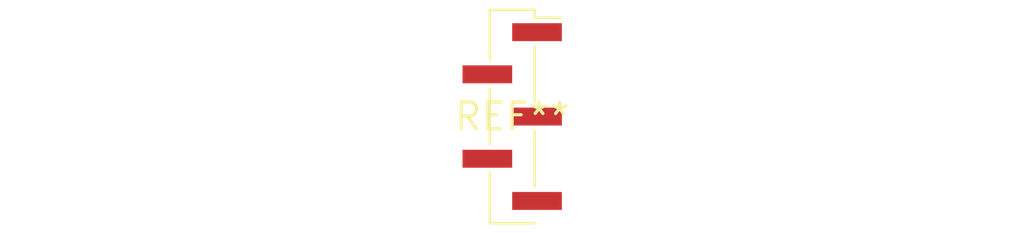
<source format=kicad_pcb>
(kicad_pcb (version 20240108) (generator pcbnew)
  (layers (0 "F.Cu" signal) (31 "B.Cu" signal) (34 "B.Paste" user) (35 "F.Paste" user) (36 "B.SilkS" user "B.Silkscreen") (37 "F.SilkS" user "F.Silkscreen") (38 "B.Mask" user) (39 "F.Mask" user) (44 "Edge.Cuts" user))
  (net 0 "")
  (footprint "PinHeader_1x05_P2.00mm_Vertical_SMD_Pin1Right" (layer "F.Cu") (at 0 0)
    (property "Reference" "REF**")
    (property "Value" "PinHeader_1x05_P2.00mm_Vertical_SMD_Pin1Right")
    (fp_line (start -1.06 -5.06) (end -1.06 -2.685) (layer "F.SilkS") (stroke (width 0.12)))
    (fp_line (start -1.06 -5.06) (end 1.06 -5.06) (layer "F.SilkS") (stroke (width 0.12)))
    (fp_line (start -1.06 -1.315) (end -1.06 1.315) (layer "F.SilkS") (stroke (width 0.12)))
    (fp_line (start -1.06 2.685) (end -1.06 5.06) (layer "F.SilkS") (stroke (width 0.12)))
    (fp_line (start -1.06 4.685) (end -1.06 5.06) (layer "F.SilkS") (stroke (width 0.12)))
    (fp_line (start -1.06 5.06) (end 1.06 5.06) (layer "F.SilkS") (stroke (width 0.12)))
    (fp_line (start 1.06 -5.06) (end 1.06 -4.685) (layer "F.SilkS") (stroke (width 0.12)))
    (fp_line (start 1.06 -4.685) (end 2.29 -4.685) (layer "F.SilkS") (stroke (width 0.12)))
    (fp_line (start 1.06 -3.315) (end 1.06 -0.685) (layer "F.SilkS") (stroke (width 0.12)))
    (fp_line (start 1.06 0.685) (end 1.06 3.315) (layer "F.SilkS") (stroke (width 0.12)))
    (pad "1" smd rect (at 1.175 -4) (size 2.35 0.85) (layers "F.Cu" "F.Paste" "F.Mask"))
    (pad "2" smd rect (at -1.175 -2) (size 2.35 0.85) (layers "F.Cu" "F.Paste" "F.Mask"))
    (pad "3" smd rect (at 1.175 0) (size 2.35 0.85) (layers "F.Cu" "F.Paste" "F.Mask"))
    (pad "4" smd rect (at -1.175 2) (size 2.35 0.85) (layers "F.Cu" "F.Paste" "F.Mask"))
    (pad "5" smd rect (at 1.175 4) (size 2.35 0.85) (layers "F.Cu" "F.Paste" "F.Mask"))
  )
)
</source>
